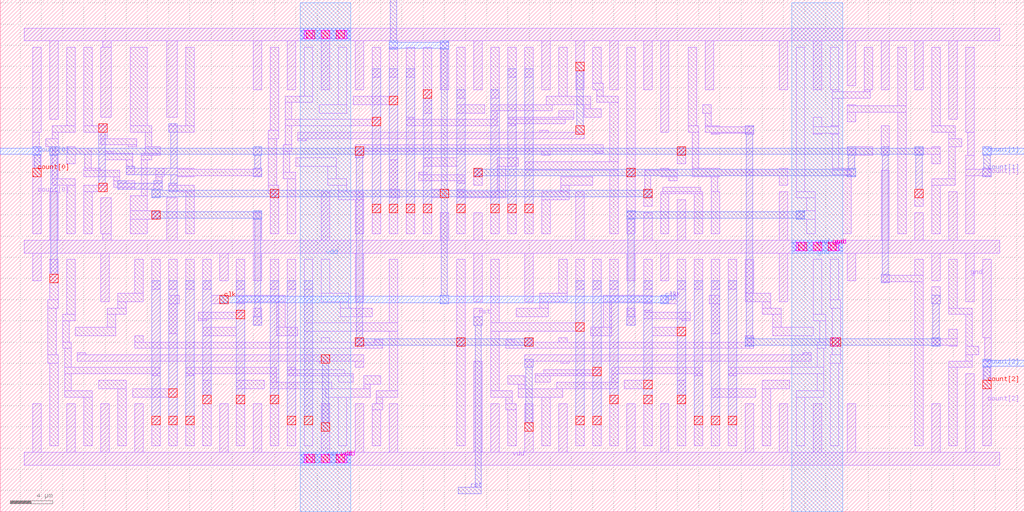
<source format=lef>
VERSION 5.7 ;
  NOWIREEXTENSIONATPIN ON ;
  DIVIDERCHAR "/" ;
  BUSBITCHARS "[]" ;
MACRO down_counter_3bit
  CLASS BLOCK ;
  FOREIGN down_counter_3bit ;
  ORIGIN 1.900 4.000 ;
  SIZE 96.600 BY 48.300 ;
  PIN vdd
    USE POWER ;
    PORT
      LAYER metal1 ;
        RECT 0.400 40.400 92.400 41.600 ;
        RECT 2.800 33.000 3.600 40.400 ;
        RECT 7.800 39.800 8.600 40.400 ;
        RECT 7.600 33.200 8.600 39.800 ;
        RECT 13.800 33.200 14.800 40.400 ;
        RECT 22.000 35.800 22.800 40.400 ;
        RECT 25.200 35.800 26.000 40.400 ;
        RECT 28.400 35.800 29.200 40.400 ;
        RECT 31.600 35.800 32.400 40.400 ;
        RECT 39.600 35.800 40.400 40.400 ;
        RECT 42.800 35.800 43.600 40.400 ;
        RECT 49.200 35.800 50.000 40.400 ;
        RECT 52.400 35.800 53.200 40.400 ;
        RECT 55.600 35.800 56.400 40.400 ;
        RECT 58.800 35.800 59.600 40.400 ;
        RECT 49.000 31.800 49.800 32.000 ;
        RECT 52.400 31.800 53.200 32.400 ;
        RECT 60.400 31.800 61.200 40.400 ;
        RECT 64.600 35.800 65.400 40.400 ;
        RECT 71.600 35.800 72.400 40.400 ;
        RECT 74.800 35.800 75.600 40.400 ;
        RECT 78.000 36.200 78.800 40.400 ;
        RECT 81.200 35.800 82.000 40.400 ;
        RECT 84.400 35.800 85.200 40.400 ;
        RECT 87.600 33.000 88.400 40.400 ;
        RECT 26.200 31.200 53.200 31.800 ;
        RECT 26.200 31.000 27.000 31.200 ;
        RECT 5.400 10.800 6.200 11.000 ;
        RECT 73.800 10.800 74.600 11.000 ;
        RECT 5.400 10.200 32.400 10.800 ;
        RECT 47.600 10.200 74.600 10.800 ;
        RECT 28.200 10.000 29.200 10.200 ;
        RECT 31.600 9.600 32.400 10.200 ;
        RECT 1.200 1.600 2.000 6.200 ;
        RECT 4.400 1.600 5.200 6.200 ;
        RECT 7.600 1.600 8.400 6.200 ;
        RECT 10.800 1.600 11.600 6.200 ;
        RECT 18.800 1.600 19.600 6.200 ;
        RECT 22.000 1.600 22.800 6.200 ;
        RECT 28.400 1.600 29.200 6.200 ;
        RECT 31.600 1.600 32.400 6.200 ;
        RECT 34.800 1.600 35.600 6.200 ;
        RECT 42.800 1.600 43.600 10.200 ;
        RECT 47.600 9.600 48.400 10.200 ;
        RECT 51.000 10.000 51.800 10.200 ;
        RECT 44.400 1.600 45.200 6.200 ;
        RECT 47.600 1.600 48.400 6.200 ;
        RECT 50.800 1.600 51.600 6.200 ;
        RECT 57.200 1.600 58.000 6.200 ;
        RECT 60.400 1.600 61.200 6.200 ;
        RECT 68.400 1.600 69.200 6.200 ;
        RECT 71.600 1.600 72.400 6.200 ;
        RECT 74.800 1.600 75.600 6.200 ;
        RECT 78.000 1.600 78.800 6.200 ;
        RECT 86.000 1.600 86.800 6.200 ;
        RECT 89.200 1.600 90.000 9.000 ;
        RECT 0.400 0.400 92.400 1.600 ;
      LAYER via1 ;
        RECT 27.000 40.600 27.800 41.400 ;
        RECT 28.400 40.600 29.200 41.400 ;
        RECT 29.800 40.600 30.600 41.400 ;
        RECT 52.400 37.600 53.200 38.400 ;
        RECT 52.400 31.600 53.200 32.400 ;
        RECT 28.400 10.000 29.200 10.800 ;
        RECT 28.400 3.600 29.200 4.400 ;
        RECT 47.600 3.600 48.400 4.400 ;
        RECT 27.000 0.600 27.800 1.400 ;
        RECT 28.400 0.600 29.200 1.400 ;
        RECT 29.800 0.600 30.600 1.400 ;
      LAYER metal2 ;
        RECT 26.400 40.600 31.200 41.400 ;
        RECT 52.400 37.600 53.200 38.400 ;
        RECT 52.500 32.400 53.100 37.600 ;
        RECT 52.400 31.600 53.200 32.400 ;
        RECT 28.400 10.000 29.200 10.800 ;
        RECT 28.500 4.400 29.100 10.000 ;
        RECT 47.600 9.600 48.400 10.400 ;
        RECT 47.700 4.400 48.300 9.600 ;
        RECT 28.400 3.600 29.200 4.400 ;
        RECT 47.600 3.600 48.400 4.400 ;
        RECT 26.400 0.600 31.200 1.400 ;
      LAYER via2 ;
        RECT 27.000 40.600 27.800 41.400 ;
        RECT 28.400 40.600 29.200 41.400 ;
        RECT 29.800 40.600 30.600 41.400 ;
        RECT 27.000 0.600 27.800 1.400 ;
        RECT 28.400 0.600 29.200 1.400 ;
        RECT 29.800 0.600 30.600 1.400 ;
      LAYER metal3 ;
        RECT 26.400 40.400 31.200 41.600 ;
        RECT 26.400 0.400 31.200 1.600 ;
      LAYER via3 ;
        RECT 26.800 40.600 27.600 41.400 ;
        RECT 28.400 40.600 29.200 41.400 ;
        RECT 30.000 40.600 30.800 41.400 ;
        RECT 26.800 0.600 27.600 1.400 ;
        RECT 28.400 0.600 29.200 1.400 ;
        RECT 30.000 0.600 30.800 1.400 ;
      LAYER metal4 ;
        RECT 26.400 -4.000 31.200 44.000 ;
    END
  END vdd
  PIN gnd
    USE GROUND ;
    PORT
      LAYER metal1 ;
        RECT 2.800 21.600 3.600 26.200 ;
        RECT 7.600 22.200 8.600 25.600 ;
        RECT 7.800 21.600 8.600 22.200 ;
        RECT 13.800 21.600 14.800 25.600 ;
        RECT 22.000 21.600 22.800 24.200 ;
        RECT 28.400 21.600 29.200 26.200 ;
        RECT 39.600 21.600 40.400 24.200 ;
        RECT 42.800 21.600 43.600 24.200 ;
        RECT 52.400 21.600 53.200 26.200 ;
        RECT 58.800 21.600 59.600 24.200 ;
        RECT 62.000 21.600 62.800 25.400 ;
        RECT 71.600 21.600 72.400 26.200 ;
        RECT 81.200 21.600 82.000 28.200 ;
        RECT 84.400 21.600 85.200 24.200 ;
        RECT 87.600 21.600 88.400 26.200 ;
        RECT 0.400 20.400 92.400 21.600 ;
        RECT 1.200 17.800 2.000 20.400 ;
        RECT 7.600 15.800 8.400 20.400 ;
        RECT 18.800 17.800 19.600 20.400 ;
        RECT 22.000 17.800 22.800 20.400 ;
        RECT 31.600 15.800 32.400 20.400 ;
        RECT 42.800 15.800 43.600 20.400 ;
        RECT 47.600 15.800 48.400 20.400 ;
        RECT 57.200 17.800 58.000 20.400 ;
        RECT 60.400 17.800 61.200 20.400 ;
        RECT 71.600 15.800 72.400 20.400 ;
        RECT 78.000 17.800 78.800 20.400 ;
        RECT 86.000 17.800 86.800 20.400 ;
        RECT 89.200 15.800 90.000 20.400 ;
      LAYER via1 ;
        RECT 73.400 20.600 74.200 21.400 ;
        RECT 74.800 20.600 75.600 21.400 ;
        RECT 76.200 20.600 77.000 21.400 ;
      LAYER metal2 ;
        RECT 72.800 20.600 77.600 21.400 ;
      LAYER via2 ;
        RECT 73.400 20.600 74.200 21.400 ;
        RECT 74.800 20.600 75.600 21.400 ;
        RECT 76.200 20.600 77.000 21.400 ;
      LAYER metal3 ;
        RECT 72.800 20.400 77.600 21.600 ;
      LAYER via3 ;
        RECT 73.200 20.600 74.000 21.400 ;
        RECT 74.800 20.600 75.600 21.400 ;
        RECT 76.400 20.600 77.200 21.400 ;
      LAYER metal4 ;
        RECT 72.800 -4.000 77.600 44.000 ;
    END
  END gnd
  PIN clk
    PORT
      LAYER metal1 ;
        RECT 38.800 25.600 40.400 26.400 ;
        RECT 18.000 15.600 19.600 16.400 ;
        RECT 60.400 15.600 62.000 16.400 ;
      LAYER via1 ;
        RECT 39.600 25.600 40.400 26.400 ;
        RECT 18.800 15.600 19.600 16.400 ;
      LAYER metal2 ;
        RECT 34.900 40.400 35.500 44.300 ;
        RECT 34.800 39.600 35.600 40.400 ;
        RECT 39.600 39.600 40.400 40.400 ;
        RECT 39.700 26.400 40.300 39.600 ;
        RECT 39.600 25.600 40.400 26.400 ;
        RECT 39.700 16.400 40.300 25.600 ;
        RECT 18.800 15.600 19.600 16.400 ;
        RECT 39.600 15.600 40.400 16.400 ;
        RECT 60.400 15.600 61.200 16.400 ;
      LAYER metal3 ;
        RECT 34.800 40.300 35.600 40.400 ;
        RECT 39.600 40.300 40.400 40.400 ;
        RECT 34.800 39.700 40.400 40.300 ;
        RECT 34.800 39.600 35.600 39.700 ;
        RECT 39.600 39.600 40.400 39.700 ;
        RECT 18.800 16.300 19.600 16.400 ;
        RECT 39.600 16.300 40.400 16.400 ;
        RECT 60.400 16.300 61.200 16.400 ;
        RECT 18.800 15.700 61.200 16.300 ;
        RECT 18.800 15.600 19.600 15.700 ;
        RECT 39.600 15.600 40.400 15.700 ;
        RECT 60.400 15.600 61.200 15.700 ;
    END
  END clk
  PIN rst
    PORT
      LAYER metal1 ;
        RECT 42.800 13.600 43.600 15.200 ;
      LAYER metal2 ;
        RECT 42.800 13.600 43.600 14.400 ;
        RECT 42.900 -1.700 43.500 13.600 ;
        RECT 41.300 -2.300 43.500 -1.700 ;
    END
  END rst
  PIN count[0]
    PORT
      LAYER metal1 ;
        RECT 1.200 31.800 2.000 39.800 ;
        RECT 1.200 29.600 1.800 31.800 ;
        RECT 1.200 22.200 2.000 29.600 ;
      LAYER via1 ;
        RECT 1.200 27.600 2.000 28.400 ;
      LAYER metal2 ;
        RECT 1.200 29.600 2.000 30.400 ;
        RECT 1.300 28.400 1.900 29.600 ;
        RECT 1.200 27.600 2.000 28.400 ;
      LAYER metal3 ;
        RECT 1.200 30.300 2.000 30.400 ;
        RECT -1.900 29.700 2.000 30.300 ;
        RECT 1.200 29.600 2.000 29.700 ;
    END
  END count[0]
  PIN count[1]
    PORT
      LAYER metal1 ;
        RECT 89.200 31.800 90.000 39.800 ;
        RECT 89.400 29.600 90.000 31.800 ;
        RECT 89.200 28.300 90.000 29.600 ;
        RECT 90.800 28.300 91.600 28.400 ;
        RECT 89.200 27.700 91.600 28.300 ;
        RECT 89.200 22.200 90.000 27.700 ;
        RECT 90.800 27.600 91.600 27.700 ;
      LAYER metal2 ;
        RECT 90.800 29.600 91.600 30.400 ;
        RECT 90.900 28.400 91.500 29.600 ;
        RECT 90.800 27.600 91.600 28.400 ;
      LAYER metal3 ;
        RECT 90.800 30.300 91.600 30.400 ;
        RECT 90.800 29.700 94.700 30.300 ;
        RECT 90.800 29.600 91.600 29.700 ;
    END
  END count[1]
  PIN count[2]
    PORT
      LAYER metal1 ;
        RECT 90.800 12.400 91.600 19.800 ;
        RECT 91.000 10.200 91.600 12.400 ;
        RECT 90.800 2.200 91.600 10.200 ;
      LAYER via1 ;
        RECT 90.800 7.600 91.600 8.400 ;
      LAYER metal2 ;
        RECT 90.800 9.600 91.600 10.400 ;
        RECT 90.900 8.400 91.500 9.600 ;
        RECT 90.800 7.600 91.600 8.400 ;
      LAYER metal3 ;
        RECT 90.800 10.300 91.600 10.400 ;
        RECT 90.800 9.700 94.700 10.300 ;
        RECT 90.800 9.600 91.600 9.700 ;
    END
  END count[2]
  OBS
      LAYER metal1 ;
        RECT 4.400 32.400 5.200 39.800 ;
        RECT 3.000 31.800 5.200 32.400 ;
        RECT 6.000 32.400 6.800 39.800 ;
        RECT 7.400 32.400 8.200 32.600 ;
        RECT 6.000 31.800 8.200 32.400 ;
        RECT 10.400 32.400 12.000 39.800 ;
        RECT 14.000 32.400 14.800 32.600 ;
        RECT 15.600 32.400 16.400 39.800 ;
        RECT 10.400 31.800 12.400 32.400 ;
        RECT 14.000 31.800 16.400 32.400 ;
        RECT 23.600 32.000 24.400 39.800 ;
        RECT 26.800 35.200 27.600 39.800 ;
        RECT 3.000 31.200 3.600 31.800 ;
        RECT 2.400 30.400 3.600 31.200 ;
        RECT 7.600 31.200 8.200 31.800 ;
        RECT 7.600 30.600 11.000 31.200 ;
        RECT 10.200 30.400 11.000 30.600 ;
        RECT 11.800 30.400 12.400 31.800 ;
        RECT 23.400 31.200 24.400 32.000 ;
        RECT 25.000 34.600 27.600 35.200 ;
        RECT 25.000 33.000 25.600 34.600 ;
        RECT 30.000 34.400 30.800 39.800 ;
        RECT 33.200 37.000 34.000 39.800 ;
        RECT 34.800 37.000 35.600 39.800 ;
        RECT 36.400 37.000 37.200 39.800 ;
        RECT 31.400 34.400 35.600 35.200 ;
        RECT 28.200 33.600 30.800 34.400 ;
        RECT 38.000 33.600 38.800 39.800 ;
        RECT 41.200 35.000 42.000 39.800 ;
        RECT 44.400 35.000 45.200 39.800 ;
        RECT 46.000 37.000 46.800 39.800 ;
        RECT 47.600 37.000 48.400 39.800 ;
        RECT 50.800 35.200 51.600 39.800 ;
        RECT 54.000 36.400 54.800 39.800 ;
        RECT 54.000 35.800 55.000 36.400 ;
        RECT 54.400 35.200 55.000 35.800 ;
        RECT 49.600 34.400 53.800 35.200 ;
        RECT 54.400 34.600 56.400 35.200 ;
        RECT 41.200 33.600 43.800 34.400 ;
        RECT 44.400 33.800 50.200 34.400 ;
        RECT 53.200 34.000 53.800 34.400 ;
        RECT 33.200 33.000 34.000 33.200 ;
        RECT 25.000 32.400 34.000 33.000 ;
        RECT 36.400 33.000 37.200 33.200 ;
        RECT 44.400 33.000 45.000 33.800 ;
        RECT 50.800 33.200 52.200 33.800 ;
        RECT 53.200 33.200 54.800 34.000 ;
        RECT 36.400 32.400 45.000 33.000 ;
        RECT 46.000 33.000 52.200 33.200 ;
        RECT 46.000 32.600 51.400 33.000 ;
        RECT 46.000 32.400 46.800 32.600 ;
        RECT 3.000 27.400 3.600 30.400 ;
        RECT 4.400 30.300 5.200 30.400 ;
        RECT 4.400 29.700 6.700 30.300 ;
        RECT 4.400 28.800 5.200 29.700 ;
        RECT 6.100 28.400 6.700 29.700 ;
        RECT 8.000 29.800 8.800 30.000 ;
        RECT 11.800 29.800 13.200 30.400 ;
        RECT 8.000 29.200 10.600 29.800 ;
        RECT 10.000 28.600 10.600 29.200 ;
        RECT 11.400 29.600 13.200 29.800 ;
        RECT 11.400 29.200 12.400 29.600 ;
        RECT 6.000 28.200 7.600 28.400 ;
        RECT 6.000 27.600 9.400 28.200 ;
        RECT 10.000 27.800 10.800 28.600 ;
        RECT 3.000 26.800 5.200 27.400 ;
        RECT 8.800 27.200 9.400 27.600 ;
        RECT 7.400 26.800 8.200 27.000 ;
        RECT 4.400 22.200 5.200 26.800 ;
        RECT 6.000 26.200 8.200 26.800 ;
        RECT 8.800 26.600 10.800 27.200 ;
        RECT 9.200 26.400 10.800 26.600 ;
        RECT 6.000 22.200 6.800 26.200 ;
        RECT 11.400 25.800 12.000 29.200 ;
        RECT 12.800 27.600 13.600 28.400 ;
        RECT 14.800 28.300 16.400 28.400 ;
        RECT 22.000 28.300 22.800 28.400 ;
        RECT 14.800 27.700 22.800 28.300 ;
        RECT 14.800 27.600 16.400 27.700 ;
        RECT 22.000 27.600 22.800 27.700 ;
        RECT 12.800 27.200 13.400 27.600 ;
        RECT 12.600 26.400 13.400 27.200 ;
        RECT 14.000 26.800 14.800 27.000 ;
        RECT 23.400 26.800 24.200 31.200 ;
        RECT 25.000 30.600 25.600 32.400 ;
        RECT 24.800 30.000 25.600 30.600 ;
        RECT 31.600 30.000 55.000 30.600 ;
        RECT 24.800 28.000 25.400 30.000 ;
        RECT 31.600 29.400 32.400 30.000 ;
        RECT 49.200 29.600 50.000 30.000 ;
        RECT 54.200 29.800 55.000 30.000 ;
        RECT 26.000 28.600 29.800 29.400 ;
        RECT 24.800 27.400 26.000 28.000 ;
        RECT 14.000 26.200 16.400 26.800 ;
        RECT 10.400 24.400 12.000 25.800 ;
        RECT 10.400 23.600 13.200 24.400 ;
        RECT 10.400 22.200 12.000 23.600 ;
        RECT 15.600 22.200 16.400 26.200 ;
        RECT 23.400 26.000 24.400 26.800 ;
        RECT 23.600 22.200 24.400 26.000 ;
        RECT 25.200 22.200 26.000 27.400 ;
        RECT 29.000 27.400 29.800 28.600 ;
        RECT 29.000 26.800 30.800 27.400 ;
        RECT 30.000 26.200 30.800 26.800 ;
        RECT 34.800 26.400 35.600 29.200 ;
        RECT 38.000 28.600 41.200 29.400 ;
        RECT 45.000 28.600 47.000 29.400 ;
        RECT 55.600 29.000 56.400 34.600 ;
        RECT 37.600 27.800 38.400 28.000 ;
        RECT 37.600 27.200 42.000 27.800 ;
        RECT 41.200 27.000 42.000 27.200 ;
        RECT 42.800 26.800 43.600 28.400 ;
        RECT 30.000 25.400 32.400 26.200 ;
        RECT 34.800 25.600 35.800 26.400 ;
        RECT 41.200 26.200 42.000 26.400 ;
        RECT 45.000 26.200 45.800 28.600 ;
        RECT 47.600 28.200 56.400 29.000 ;
        RECT 51.000 26.800 54.000 27.600 ;
        RECT 51.000 26.200 51.800 26.800 ;
        RECT 41.200 25.600 45.800 26.200 ;
        RECT 31.600 22.200 32.400 25.400 ;
        RECT 49.200 25.400 51.800 26.200 ;
        RECT 33.200 22.200 34.000 25.000 ;
        RECT 34.800 22.200 35.600 25.000 ;
        RECT 36.400 22.200 37.200 25.000 ;
        RECT 38.000 22.200 38.800 25.000 ;
        RECT 41.200 22.200 42.000 25.000 ;
        RECT 44.400 22.200 45.200 25.000 ;
        RECT 46.000 22.200 46.800 25.000 ;
        RECT 47.600 22.200 48.400 25.000 ;
        RECT 49.200 22.200 50.000 25.400 ;
        RECT 55.600 22.200 56.400 28.200 ;
        RECT 57.200 22.200 58.000 39.800 ;
        RECT 63.000 32.400 63.800 39.800 ;
        RECT 64.400 33.600 65.200 34.400 ;
        RECT 64.600 32.400 65.200 33.600 ;
        RECT 63.000 31.800 64.000 32.400 ;
        RECT 64.600 32.300 66.000 32.400 ;
        RECT 68.400 32.300 69.200 32.400 ;
        RECT 64.600 31.800 69.200 32.300 ;
        RECT 62.000 28.800 62.800 30.400 ;
        RECT 63.400 28.400 64.000 31.800 ;
        RECT 65.200 31.700 69.200 31.800 ;
        RECT 65.200 31.600 66.000 31.700 ;
        RECT 68.400 31.600 69.200 31.700 ;
        RECT 60.400 28.300 61.200 28.400 ;
        RECT 58.900 28.200 61.200 28.300 ;
        RECT 63.400 28.300 66.000 28.400 ;
        RECT 71.600 28.300 72.400 28.400 ;
        RECT 58.900 27.700 62.000 28.200 ;
        RECT 58.900 26.400 59.500 27.700 ;
        RECT 60.400 27.600 62.000 27.700 ;
        RECT 63.400 27.700 72.400 28.300 ;
        RECT 63.400 27.600 66.000 27.700 ;
        RECT 61.200 27.200 62.000 27.600 ;
        RECT 58.800 24.800 59.600 26.400 ;
        RECT 60.600 26.200 64.200 26.600 ;
        RECT 65.200 26.200 65.800 27.600 ;
        RECT 71.600 26.800 72.400 27.700 ;
        RECT 73.200 26.200 74.000 39.800 ;
        RECT 76.400 35.800 77.200 39.800 ;
        RECT 76.600 35.600 77.200 35.800 ;
        RECT 79.600 35.800 80.400 39.800 ;
        RECT 79.600 35.600 80.200 35.800 ;
        RECT 76.600 35.000 80.200 35.600 ;
        RECT 74.800 32.300 75.600 33.200 ;
        RECT 76.600 32.400 77.200 35.000 ;
        RECT 78.000 34.300 78.800 34.400 ;
        RECT 82.800 34.300 83.600 39.800 ;
        RECT 78.000 33.700 83.600 34.300 ;
        RECT 78.000 32.800 78.800 33.700 ;
        RECT 76.400 32.300 77.200 32.400 ;
        RECT 74.800 31.700 77.200 32.300 ;
        RECT 74.800 31.600 75.600 31.700 ;
        RECT 76.400 31.600 77.200 31.700 ;
        RECT 76.600 28.400 77.200 31.600 ;
        RECT 78.000 29.600 80.400 30.400 ;
        RECT 81.200 29.600 82.000 32.400 ;
        RECT 76.600 28.200 78.200 28.400 ;
        RECT 76.600 27.800 78.400 28.200 ;
        RECT 60.400 26.000 64.400 26.200 ;
        RECT 60.400 22.200 61.200 26.000 ;
        RECT 63.600 22.200 64.400 26.000 ;
        RECT 65.200 22.200 66.000 26.200 ;
        RECT 73.200 25.600 75.000 26.200 ;
        RECT 74.200 24.400 75.000 25.600 ;
        RECT 73.200 23.600 75.000 24.400 ;
        RECT 74.200 22.200 75.000 23.600 ;
        RECT 77.600 22.200 78.400 27.800 ;
        RECT 82.800 22.200 83.600 33.700 ;
        RECT 86.000 32.400 86.800 39.800 ;
        RECT 86.000 31.800 88.200 32.400 ;
        RECT 87.600 31.200 88.200 31.800 ;
        RECT 87.600 30.400 88.800 31.200 ;
        RECT 84.400 30.300 85.200 30.400 ;
        RECT 86.000 30.300 86.800 30.400 ;
        RECT 84.400 29.700 86.800 30.300 ;
        RECT 84.400 29.600 85.200 29.700 ;
        RECT 86.000 28.800 86.800 29.700 ;
        RECT 87.600 27.400 88.200 30.400 ;
        RECT 86.000 26.800 88.200 27.400 ;
        RECT 84.400 24.800 85.200 26.400 ;
        RECT 86.000 22.200 86.800 26.800 ;
        RECT 2.800 16.000 3.600 19.800 ;
        RECT 2.600 15.200 3.600 16.000 ;
        RECT 2.600 10.800 3.400 15.200 ;
        RECT 4.400 14.600 5.200 19.800 ;
        RECT 10.800 16.600 11.600 19.800 ;
        RECT 12.400 17.000 13.200 19.800 ;
        RECT 14.000 17.000 14.800 19.800 ;
        RECT 15.600 17.000 16.400 19.800 ;
        RECT 17.200 17.000 18.000 19.800 ;
        RECT 20.400 17.000 21.200 19.800 ;
        RECT 23.600 17.000 24.400 19.800 ;
        RECT 25.200 17.000 26.000 19.800 ;
        RECT 26.800 17.000 27.600 19.800 ;
        RECT 9.200 15.800 11.600 16.600 ;
        RECT 28.400 16.600 29.200 19.800 ;
        RECT 9.200 15.200 10.000 15.800 ;
        RECT 4.000 14.000 5.200 14.600 ;
        RECT 8.200 14.600 10.000 15.200 ;
        RECT 14.000 15.600 15.000 16.400 ;
        RECT 20.400 15.800 25.000 16.400 ;
        RECT 28.400 15.800 31.000 16.600 ;
        RECT 20.400 15.600 21.200 15.800 ;
        RECT 4.000 12.000 4.600 14.000 ;
        RECT 8.200 13.400 9.000 14.600 ;
        RECT 5.200 12.600 9.000 13.400 ;
        RECT 14.000 12.800 14.800 15.600 ;
        RECT 20.400 14.800 21.200 15.000 ;
        RECT 16.800 14.200 21.200 14.800 ;
        RECT 16.800 14.000 17.600 14.200 ;
        RECT 22.000 13.600 22.800 15.200 ;
        RECT 24.200 13.400 25.000 15.800 ;
        RECT 30.200 15.200 31.000 15.800 ;
        RECT 30.200 14.400 33.200 15.200 ;
        RECT 34.800 13.800 35.600 19.800 ;
        RECT 17.200 12.600 20.400 13.400 ;
        RECT 24.200 12.600 26.200 13.400 ;
        RECT 26.800 13.000 35.600 13.800 ;
        RECT 10.800 12.000 11.600 12.600 ;
        RECT 28.400 12.000 29.200 12.400 ;
        RECT 31.600 12.000 32.400 12.400 ;
        RECT 33.400 12.000 34.200 12.200 ;
        RECT 4.000 11.400 4.800 12.000 ;
        RECT 10.800 11.400 34.200 12.000 ;
        RECT 2.600 10.000 3.600 10.800 ;
        RECT 2.800 2.200 3.600 10.000 ;
        RECT 4.200 9.600 4.800 11.400 ;
        RECT 4.200 9.000 13.200 9.600 ;
        RECT 4.200 7.400 4.800 9.000 ;
        RECT 12.400 8.800 13.200 9.000 ;
        RECT 15.600 9.000 24.200 9.600 ;
        RECT 15.600 8.800 16.400 9.000 ;
        RECT 7.400 7.600 10.000 8.400 ;
        RECT 4.200 6.800 6.800 7.400 ;
        RECT 6.000 2.200 6.800 6.800 ;
        RECT 9.200 2.200 10.000 7.600 ;
        RECT 10.600 6.800 14.800 7.600 ;
        RECT 12.400 2.200 13.200 5.000 ;
        RECT 14.000 2.200 14.800 5.000 ;
        RECT 15.600 2.200 16.400 5.000 ;
        RECT 17.200 2.200 18.000 8.400 ;
        RECT 20.400 7.600 23.000 8.400 ;
        RECT 23.600 8.200 24.200 9.000 ;
        RECT 25.200 9.400 26.000 9.600 ;
        RECT 25.200 9.000 30.600 9.400 ;
        RECT 25.200 8.800 31.400 9.000 ;
        RECT 30.000 8.200 31.400 8.800 ;
        RECT 23.600 7.600 29.400 8.200 ;
        RECT 32.400 8.000 34.000 8.800 ;
        RECT 32.400 7.600 33.000 8.000 ;
        RECT 20.400 2.200 21.200 7.000 ;
        RECT 23.600 2.200 24.400 7.000 ;
        RECT 28.800 6.800 33.000 7.600 ;
        RECT 34.800 7.400 35.600 13.000 ;
        RECT 33.600 6.800 35.600 7.400 ;
        RECT 25.200 2.200 26.000 5.000 ;
        RECT 26.800 2.200 27.600 5.000 ;
        RECT 30.000 2.200 30.800 6.800 ;
        RECT 33.600 6.200 34.200 6.800 ;
        RECT 33.200 5.600 34.200 6.200 ;
        RECT 33.200 2.200 34.000 5.600 ;
        RECT 41.200 2.200 42.000 19.800 ;
        RECT 44.400 13.800 45.200 19.800 ;
        RECT 50.800 16.600 51.600 19.800 ;
        RECT 52.400 17.000 53.200 19.800 ;
        RECT 54.000 17.000 54.800 19.800 ;
        RECT 55.600 17.000 56.400 19.800 ;
        RECT 58.800 17.000 59.600 19.800 ;
        RECT 62.000 17.000 62.800 19.800 ;
        RECT 63.600 17.000 64.400 19.800 ;
        RECT 65.200 17.000 66.000 19.800 ;
        RECT 66.800 17.000 67.600 19.800 ;
        RECT 49.000 15.800 51.600 16.600 ;
        RECT 68.400 16.600 69.200 19.800 ;
        RECT 55.000 15.800 59.600 16.400 ;
        RECT 49.000 15.200 49.800 15.800 ;
        RECT 46.800 14.400 49.800 15.200 ;
        RECT 44.400 13.000 53.200 13.800 ;
        RECT 55.000 13.400 55.800 15.800 ;
        RECT 58.800 15.600 59.600 15.800 ;
        RECT 65.000 15.600 66.000 16.400 ;
        RECT 68.400 15.800 70.800 16.600 ;
        RECT 57.200 13.600 58.000 15.200 ;
        RECT 58.800 14.800 59.600 15.000 ;
        RECT 58.800 14.200 63.200 14.800 ;
        RECT 62.400 14.000 63.200 14.200 ;
        RECT 44.400 7.400 45.200 13.000 ;
        RECT 53.800 12.600 55.800 13.400 ;
        RECT 59.600 12.600 62.800 13.400 ;
        RECT 65.200 12.800 66.000 15.600 ;
        RECT 70.000 15.200 70.800 15.800 ;
        RECT 70.000 14.600 71.800 15.200 ;
        RECT 71.000 13.400 71.800 14.600 ;
        RECT 74.800 14.600 75.600 19.800 ;
        RECT 76.400 16.000 77.200 19.800 ;
        RECT 81.200 18.300 82.000 18.400 ;
        RECT 84.400 18.300 85.200 19.800 ;
        RECT 81.200 17.700 85.200 18.300 ;
        RECT 81.200 17.600 82.000 17.700 ;
        RECT 76.400 15.200 77.400 16.000 ;
        RECT 74.800 14.000 76.000 14.600 ;
        RECT 71.000 12.600 74.800 13.400 ;
        RECT 45.800 12.000 46.600 12.200 ;
        RECT 47.600 12.000 48.400 12.400 ;
        RECT 50.800 12.000 51.600 12.400 ;
        RECT 68.400 12.000 69.200 12.600 ;
        RECT 75.400 12.000 76.000 14.000 ;
        RECT 45.800 11.400 69.200 12.000 ;
        RECT 75.200 11.400 76.000 12.000 ;
        RECT 75.200 9.600 75.800 11.400 ;
        RECT 76.600 10.800 77.400 15.200 ;
        RECT 54.000 9.400 54.800 9.600 ;
        RECT 49.400 9.000 54.800 9.400 ;
        RECT 48.600 8.800 54.800 9.000 ;
        RECT 55.800 9.000 64.400 9.600 ;
        RECT 46.000 8.000 47.600 8.800 ;
        RECT 48.600 8.200 50.000 8.800 ;
        RECT 55.800 8.200 56.400 9.000 ;
        RECT 63.600 8.800 64.400 9.000 ;
        RECT 66.800 9.000 75.800 9.600 ;
        RECT 66.800 8.800 67.600 9.000 ;
        RECT 47.000 7.600 47.600 8.000 ;
        RECT 50.600 7.600 56.400 8.200 ;
        RECT 57.000 7.600 59.600 8.400 ;
        RECT 44.400 6.800 46.400 7.400 ;
        RECT 47.000 6.800 51.200 7.600 ;
        RECT 45.800 6.200 46.400 6.800 ;
        RECT 45.800 5.600 46.800 6.200 ;
        RECT 46.000 2.200 46.800 5.600 ;
        RECT 49.200 2.200 50.000 6.800 ;
        RECT 52.400 2.200 53.200 5.000 ;
        RECT 54.000 2.200 54.800 5.000 ;
        RECT 55.600 2.200 56.400 7.000 ;
        RECT 58.800 2.200 59.600 7.000 ;
        RECT 62.000 2.200 62.800 8.400 ;
        RECT 70.000 7.600 72.600 8.400 ;
        RECT 65.200 6.800 69.400 7.600 ;
        RECT 63.600 2.200 64.400 5.000 ;
        RECT 65.200 2.200 66.000 5.000 ;
        RECT 66.800 2.200 67.600 5.000 ;
        RECT 70.000 2.200 70.800 7.600 ;
        RECT 75.200 7.400 75.800 9.000 ;
        RECT 73.200 6.800 75.800 7.400 ;
        RECT 76.400 10.000 77.400 10.800 ;
        RECT 73.200 2.200 74.000 6.800 ;
        RECT 76.400 2.200 77.200 10.000 ;
        RECT 84.400 2.200 85.200 17.700 ;
        RECT 86.000 15.600 86.800 17.200 ;
        RECT 87.600 15.200 88.400 19.800 ;
        RECT 87.600 14.600 89.800 15.200 ;
        RECT 86.000 12.300 86.800 12.400 ;
        RECT 87.600 12.300 88.400 13.200 ;
        RECT 86.000 11.700 88.400 12.300 ;
        RECT 86.000 11.600 86.800 11.700 ;
        RECT 87.600 11.600 88.400 11.700 ;
        RECT 89.200 11.600 89.800 14.600 ;
        RECT 89.200 10.800 90.400 11.600 ;
        RECT 89.200 10.200 89.800 10.800 ;
        RECT 87.600 9.600 89.800 10.200 ;
        RECT 87.600 2.200 88.400 9.600 ;
      LAYER via1 ;
        RECT 7.400 31.800 8.200 32.600 ;
        RECT 34.800 34.400 35.600 35.200 ;
        RECT 38.000 35.000 38.800 35.800 ;
        RECT 33.200 32.400 34.000 33.200 ;
        RECT 7.400 26.200 8.200 27.000 ;
        RECT 31.600 29.600 32.400 30.400 ;
        RECT 12.400 23.600 13.200 24.400 ;
        RECT 23.600 25.600 24.400 26.400 ;
        RECT 42.800 27.600 43.600 28.400 ;
        RECT 33.200 24.200 34.000 25.000 ;
        RECT 34.800 24.200 35.600 25.000 ;
        RECT 36.400 24.200 37.200 25.000 ;
        RECT 38.000 24.200 38.800 25.000 ;
        RECT 41.200 24.200 42.000 25.000 ;
        RECT 44.400 24.200 45.200 25.000 ;
        RECT 46.000 24.200 46.800 25.000 ;
        RECT 47.600 24.200 48.400 25.000 ;
        RECT 62.000 29.600 62.800 30.400 ;
        RECT 57.200 27.600 58.000 28.400 ;
        RECT 58.800 25.600 59.600 26.400 ;
        RECT 84.400 25.600 85.200 26.400 ;
        RECT 2.800 17.600 3.600 18.400 ;
        RECT 20.400 14.200 21.200 15.000 ;
        RECT 31.600 11.600 32.400 12.400 ;
        RECT 14.000 6.800 14.800 7.600 ;
        RECT 17.200 6.200 18.000 7.000 ;
        RECT 12.400 4.200 13.200 5.000 ;
        RECT 14.000 4.200 14.800 5.000 ;
        RECT 15.600 4.200 16.400 5.000 ;
        RECT 20.400 6.200 21.200 7.000 ;
        RECT 23.600 6.200 24.400 7.000 ;
        RECT 41.200 11.600 42.000 12.400 ;
        RECT 25.200 4.200 26.000 5.000 ;
        RECT 26.800 4.200 27.600 5.000 ;
        RECT 52.400 13.000 53.200 13.800 ;
        RECT 62.000 12.600 62.800 13.400 ;
        RECT 47.600 11.600 48.400 12.400 ;
        RECT 76.600 11.600 77.400 12.400 ;
        RECT 54.000 8.800 54.800 9.600 ;
        RECT 58.800 7.600 59.600 8.400 ;
        RECT 55.600 6.200 56.400 7.000 ;
        RECT 52.400 4.200 53.200 5.000 ;
        RECT 54.000 4.200 54.800 5.000 ;
        RECT 58.800 6.200 59.600 7.000 ;
        RECT 62.000 6.200 62.800 7.000 ;
        RECT 63.600 4.200 64.400 5.000 ;
        RECT 65.200 4.200 66.000 5.000 ;
        RECT 66.800 4.200 67.600 5.000 ;
      LAYER metal2 ;
        RECT 7.400 31.800 8.200 32.600 ;
        RECT 14.000 31.800 14.800 32.600 ;
        RECT 2.800 29.600 3.600 30.400 ;
        RECT 2.900 18.400 3.500 29.600 ;
        RECT 7.400 27.000 8.000 31.800 ;
        RECT 10.000 28.400 10.800 28.600 ;
        RECT 14.200 28.400 14.800 31.800 ;
        RECT 22.000 29.600 22.800 30.400 ;
        RECT 31.600 29.600 32.400 30.400 ;
        RECT 22.100 28.400 22.700 29.600 ;
        RECT 10.000 27.800 14.800 28.400 ;
        RECT 9.200 27.000 10.000 27.200 ;
        RECT 12.600 27.000 13.400 27.200 ;
        RECT 14.200 27.000 14.800 27.800 ;
        RECT 22.000 27.600 22.800 28.400 ;
        RECT 7.400 26.200 8.200 27.000 ;
        RECT 9.200 26.400 13.400 27.000 ;
        RECT 12.400 25.600 13.200 26.400 ;
        RECT 14.000 26.200 14.800 27.000 ;
        RECT 23.600 25.600 24.400 26.400 ;
        RECT 12.400 23.600 13.200 24.400 ;
        RECT 22.000 23.600 22.800 24.400 ;
        RECT 2.800 17.600 3.600 18.400 ;
        RECT 12.400 4.200 13.200 17.800 ;
        RECT 14.000 4.200 14.800 17.800 ;
        RECT 15.600 4.200 16.400 17.800 ;
        RECT 17.200 6.200 18.000 17.800 ;
        RECT 20.400 6.200 21.200 17.800 ;
        RECT 22.100 14.400 22.700 23.600 ;
        RECT 22.000 13.600 22.800 14.400 ;
        RECT 23.600 6.200 24.400 17.800 ;
        RECT 25.200 4.200 26.000 17.800 ;
        RECT 26.800 4.200 27.600 17.800 ;
        RECT 31.700 12.400 32.300 29.600 ;
        RECT 33.200 24.200 34.000 37.800 ;
        RECT 34.800 24.200 35.600 37.800 ;
        RECT 36.400 24.200 37.200 37.800 ;
        RECT 38.000 24.200 38.800 35.800 ;
        RECT 41.200 24.200 42.000 35.800 ;
        RECT 42.800 27.600 43.600 28.400 ;
        RECT 44.400 24.200 45.200 35.800 ;
        RECT 46.000 24.200 46.800 37.800 ;
        RECT 47.600 24.200 48.400 37.800 ;
        RECT 68.400 31.600 69.200 32.400 ;
        RECT 62.000 29.600 62.800 30.400 ;
        RECT 57.200 27.600 58.000 28.400 ;
        RECT 58.800 25.600 59.600 26.400 ;
        RECT 57.200 23.600 58.000 24.400 ;
        RECT 31.600 11.600 32.400 12.400 ;
        RECT 41.200 11.600 42.000 12.400 ;
        RECT 47.600 11.600 48.400 12.400 ;
        RECT 52.400 4.200 53.200 17.800 ;
        RECT 54.000 4.200 54.800 17.800 ;
        RECT 55.600 6.200 56.400 17.800 ;
        RECT 57.300 14.400 57.900 23.600 ;
        RECT 57.200 13.600 58.000 14.400 ;
        RECT 58.800 6.200 59.600 17.800 ;
        RECT 62.000 6.200 62.800 17.800 ;
        RECT 63.600 4.200 64.400 17.800 ;
        RECT 65.200 4.200 66.000 17.800 ;
        RECT 66.800 4.200 67.600 17.800 ;
        RECT 68.500 12.400 69.100 31.600 ;
        RECT 78.000 29.600 78.800 30.400 ;
        RECT 81.200 29.600 82.000 30.400 ;
        RECT 84.400 29.600 85.200 30.400 ;
        RECT 78.100 28.400 78.700 29.600 ;
        RECT 78.000 27.600 78.800 28.400 ;
        RECT 73.200 23.600 74.000 24.400 ;
        RECT 81.300 18.400 81.900 29.600 ;
        RECT 84.500 26.400 85.100 29.600 ;
        RECT 84.400 25.600 85.200 26.400 ;
        RECT 81.200 17.600 82.000 18.400 ;
        RECT 86.000 15.600 86.800 16.400 ;
        RECT 86.100 12.400 86.700 15.600 ;
        RECT 68.400 11.600 69.200 12.400 ;
        RECT 76.400 11.600 77.400 12.400 ;
        RECT 86.000 11.600 86.800 12.400 ;
      LAYER via2 ;
        RECT 76.400 11.600 77.200 12.400 ;
      LAYER metal3 ;
        RECT 2.800 30.300 3.600 30.400 ;
        RECT 22.000 30.300 22.800 30.400 ;
        RECT 62.000 30.300 62.800 30.400 ;
        RECT 84.400 30.300 85.200 30.400 ;
        RECT 2.800 29.700 85.200 30.300 ;
        RECT 2.800 29.600 3.600 29.700 ;
        RECT 22.000 29.600 22.800 29.700 ;
        RECT 62.000 29.600 62.800 29.700 ;
        RECT 84.400 29.600 85.200 29.700 ;
        RECT 42.800 28.300 43.600 28.400 ;
        RECT 57.200 28.300 58.000 28.400 ;
        RECT 78.000 28.300 78.800 28.400 ;
        RECT 42.800 27.700 78.800 28.300 ;
        RECT 42.800 27.600 43.600 27.700 ;
        RECT 57.200 27.600 58.000 27.700 ;
        RECT 78.000 27.600 78.800 27.700 ;
        RECT 12.400 26.300 13.200 26.400 ;
        RECT 23.600 26.300 24.400 26.400 ;
        RECT 58.800 26.300 59.600 26.400 ;
        RECT 12.400 25.700 59.600 26.300 ;
        RECT 12.400 25.600 13.200 25.700 ;
        RECT 23.600 25.600 24.400 25.700 ;
        RECT 58.800 25.600 59.600 25.700 ;
        RECT 12.400 24.300 13.200 24.400 ;
        RECT 22.000 24.300 22.800 24.400 ;
        RECT 12.400 23.700 22.800 24.300 ;
        RECT 12.400 23.600 13.200 23.700 ;
        RECT 22.000 23.600 22.800 23.700 ;
        RECT 57.200 24.300 58.000 24.400 ;
        RECT 73.200 24.300 74.000 24.400 ;
        RECT 57.200 23.700 74.000 24.300 ;
        RECT 57.200 23.600 58.000 23.700 ;
        RECT 73.200 23.600 74.000 23.700 ;
        RECT 31.600 12.300 32.400 12.400 ;
        RECT 41.200 12.300 42.000 12.400 ;
        RECT 47.600 12.300 48.400 12.400 ;
        RECT 31.600 11.700 48.400 12.300 ;
        RECT 31.600 11.600 32.400 11.700 ;
        RECT 41.200 11.600 42.000 11.700 ;
        RECT 47.600 11.600 48.400 11.700 ;
        RECT 68.400 12.300 69.200 12.400 ;
        RECT 76.400 12.300 77.200 12.400 ;
        RECT 86.000 12.300 86.800 12.400 ;
        RECT 68.400 11.700 86.800 12.300 ;
        RECT 68.400 11.600 69.200 11.700 ;
        RECT 76.400 11.600 77.200 11.700 ;
        RECT 86.000 11.600 86.800 11.700 ;
  END
END down_counter_3bit
END LIBRARY


</source>
